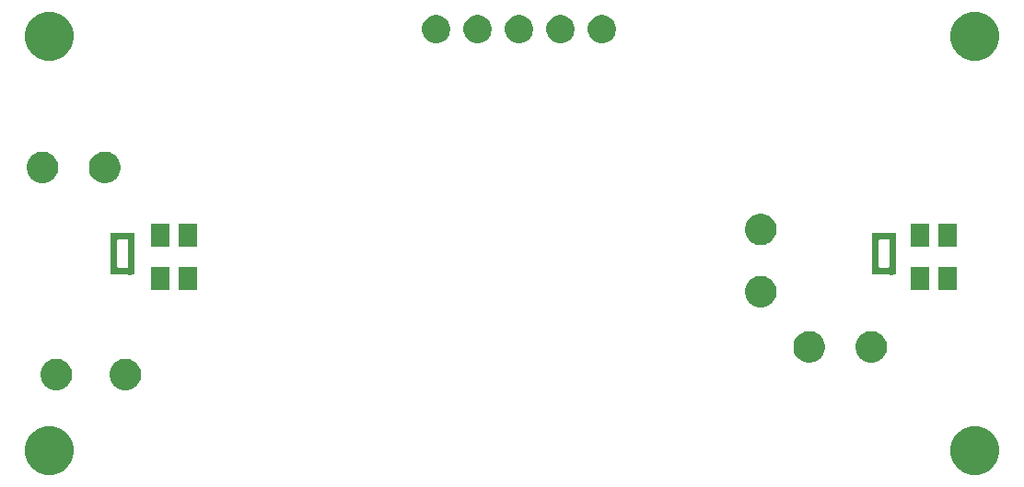
<source format=gbr>
G04 #@! TF.GenerationSoftware,KiCad,Pcbnew,(5.1.5)-2*
G04 #@! TF.CreationDate,2019-12-07T01:04:22+01:00*
G04 #@! TF.ProjectId,tof_sensor,746f665f-7365-46e7-936f-722e6b696361,rev?*
G04 #@! TF.SameCoordinates,Original*
G04 #@! TF.FileFunction,Soldermask,Bot*
G04 #@! TF.FilePolarity,Negative*
%FSLAX46Y46*%
G04 Gerber Fmt 4.6, Leading zero omitted, Abs format (unit mm)*
G04 Created by KiCad (PCBNEW (5.1.5)-2) date 2019-12-07 01:04:22*
%MOMM*%
%LPD*%
G04 APERTURE LIST*
%ADD10C,0.100000*%
G04 APERTURE END LIST*
D10*
G36*
X197125880Y-100629776D02*
G01*
X197506593Y-100705504D01*
X197916249Y-100875189D01*
X198284929Y-101121534D01*
X198598466Y-101435071D01*
X198844811Y-101803751D01*
X199014496Y-102213407D01*
X199101000Y-102648296D01*
X199101000Y-103091704D01*
X199014496Y-103526593D01*
X198844811Y-103936249D01*
X198598466Y-104304929D01*
X198284929Y-104618466D01*
X197916249Y-104864811D01*
X197506593Y-105034496D01*
X197125880Y-105110224D01*
X197071705Y-105121000D01*
X196628295Y-105121000D01*
X196574120Y-105110224D01*
X196193407Y-105034496D01*
X195783751Y-104864811D01*
X195415071Y-104618466D01*
X195101534Y-104304929D01*
X194855189Y-103936249D01*
X194685504Y-103526593D01*
X194599000Y-103091704D01*
X194599000Y-102648296D01*
X194685504Y-102213407D01*
X194855189Y-101803751D01*
X195101534Y-101435071D01*
X195415071Y-101121534D01*
X195783751Y-100875189D01*
X196193407Y-100705504D01*
X196574120Y-100629776D01*
X196628295Y-100619000D01*
X197071705Y-100619000D01*
X197125880Y-100629776D01*
G37*
G36*
X112035880Y-100629776D02*
G01*
X112416593Y-100705504D01*
X112826249Y-100875189D01*
X113194929Y-101121534D01*
X113508466Y-101435071D01*
X113754811Y-101803751D01*
X113924496Y-102213407D01*
X114011000Y-102648296D01*
X114011000Y-103091704D01*
X113924496Y-103526593D01*
X113754811Y-103936249D01*
X113508466Y-104304929D01*
X113194929Y-104618466D01*
X112826249Y-104864811D01*
X112416593Y-105034496D01*
X112035880Y-105110224D01*
X111981705Y-105121000D01*
X111538295Y-105121000D01*
X111484120Y-105110224D01*
X111103407Y-105034496D01*
X110693751Y-104864811D01*
X110325071Y-104618466D01*
X110011534Y-104304929D01*
X109765189Y-103936249D01*
X109595504Y-103526593D01*
X109509000Y-103091704D01*
X109509000Y-102648296D01*
X109595504Y-102213407D01*
X109765189Y-101803751D01*
X110011534Y-101435071D01*
X110325071Y-101121534D01*
X110693751Y-100875189D01*
X111103407Y-100705504D01*
X111484120Y-100629776D01*
X111538295Y-100619000D01*
X111981705Y-100619000D01*
X112035880Y-100629776D01*
G37*
G36*
X112818241Y-94489760D02*
G01*
X113082305Y-94599139D01*
X113319958Y-94757934D01*
X113522066Y-94960042D01*
X113680861Y-95197695D01*
X113790240Y-95461759D01*
X113846000Y-95742088D01*
X113846000Y-96027912D01*
X113790240Y-96308241D01*
X113680861Y-96572305D01*
X113522066Y-96809958D01*
X113319958Y-97012066D01*
X113082305Y-97170861D01*
X112818241Y-97280240D01*
X112537912Y-97336000D01*
X112252088Y-97336000D01*
X111971759Y-97280240D01*
X111707695Y-97170861D01*
X111470042Y-97012066D01*
X111267934Y-96809958D01*
X111109139Y-96572305D01*
X110999760Y-96308241D01*
X110944000Y-96027912D01*
X110944000Y-95742088D01*
X110999760Y-95461759D01*
X111109139Y-95197695D01*
X111267934Y-94960042D01*
X111470042Y-94757934D01*
X111707695Y-94599139D01*
X111971759Y-94489760D01*
X112252088Y-94434000D01*
X112537912Y-94434000D01*
X112818241Y-94489760D01*
G37*
G36*
X119168241Y-94489760D02*
G01*
X119432305Y-94599139D01*
X119669958Y-94757934D01*
X119872066Y-94960042D01*
X120030861Y-95197695D01*
X120140240Y-95461759D01*
X120196000Y-95742088D01*
X120196000Y-96027912D01*
X120140240Y-96308241D01*
X120030861Y-96572305D01*
X119872066Y-96809958D01*
X119669958Y-97012066D01*
X119432305Y-97170861D01*
X119168241Y-97280240D01*
X118887912Y-97336000D01*
X118602088Y-97336000D01*
X118321759Y-97280240D01*
X118057695Y-97170861D01*
X117820042Y-97012066D01*
X117617934Y-96809958D01*
X117459139Y-96572305D01*
X117349760Y-96308241D01*
X117294000Y-96027912D01*
X117294000Y-95742088D01*
X117349760Y-95461759D01*
X117459139Y-95197695D01*
X117617934Y-94960042D01*
X117820042Y-94757934D01*
X118057695Y-94599139D01*
X118321759Y-94489760D01*
X118602088Y-94434000D01*
X118887912Y-94434000D01*
X119168241Y-94489760D01*
G37*
G36*
X182033241Y-91949760D02*
G01*
X182297305Y-92059139D01*
X182534958Y-92217934D01*
X182737066Y-92420042D01*
X182895861Y-92657695D01*
X183005240Y-92921759D01*
X183061000Y-93202088D01*
X183061000Y-93487912D01*
X183005240Y-93768241D01*
X182895861Y-94032305D01*
X182737066Y-94269958D01*
X182534958Y-94472066D01*
X182297305Y-94630861D01*
X182033241Y-94740240D01*
X181752912Y-94796000D01*
X181467088Y-94796000D01*
X181186759Y-94740240D01*
X180922695Y-94630861D01*
X180685042Y-94472066D01*
X180482934Y-94269958D01*
X180324139Y-94032305D01*
X180214760Y-93768241D01*
X180159000Y-93487912D01*
X180159000Y-93202088D01*
X180214760Y-92921759D01*
X180324139Y-92657695D01*
X180482934Y-92420042D01*
X180685042Y-92217934D01*
X180922695Y-92059139D01*
X181186759Y-91949760D01*
X181467088Y-91894000D01*
X181752912Y-91894000D01*
X182033241Y-91949760D01*
G37*
G36*
X187748241Y-91949760D02*
G01*
X188012305Y-92059139D01*
X188249958Y-92217934D01*
X188452066Y-92420042D01*
X188610861Y-92657695D01*
X188720240Y-92921759D01*
X188776000Y-93202088D01*
X188776000Y-93487912D01*
X188720240Y-93768241D01*
X188610861Y-94032305D01*
X188452066Y-94269958D01*
X188249958Y-94472066D01*
X188012305Y-94630861D01*
X187748241Y-94740240D01*
X187467912Y-94796000D01*
X187182088Y-94796000D01*
X186901759Y-94740240D01*
X186637695Y-94630861D01*
X186400042Y-94472066D01*
X186197934Y-94269958D01*
X186039139Y-94032305D01*
X185929760Y-93768241D01*
X185874000Y-93487912D01*
X185874000Y-93202088D01*
X185929760Y-92921759D01*
X186039139Y-92657695D01*
X186197934Y-92420042D01*
X186400042Y-92217934D01*
X186637695Y-92059139D01*
X186901759Y-91949760D01*
X187182088Y-91894000D01*
X187467912Y-91894000D01*
X187748241Y-91949760D01*
G37*
G36*
X177588241Y-86869760D02*
G01*
X177852305Y-86979139D01*
X178089958Y-87137934D01*
X178292066Y-87340042D01*
X178450861Y-87577695D01*
X178560240Y-87841759D01*
X178616000Y-88122088D01*
X178616000Y-88407912D01*
X178560240Y-88688241D01*
X178450861Y-88952305D01*
X178292066Y-89189958D01*
X178089958Y-89392066D01*
X177852305Y-89550861D01*
X177588241Y-89660240D01*
X177307912Y-89716000D01*
X177022088Y-89716000D01*
X176741759Y-89660240D01*
X176477695Y-89550861D01*
X176240042Y-89392066D01*
X176037934Y-89189958D01*
X175879139Y-88952305D01*
X175769760Y-88688241D01*
X175714000Y-88407912D01*
X175714000Y-88122088D01*
X175769760Y-87841759D01*
X175879139Y-87577695D01*
X176037934Y-87340042D01*
X176240042Y-87137934D01*
X176477695Y-86979139D01*
X176741759Y-86869760D01*
X177022088Y-86814000D01*
X177307912Y-86814000D01*
X177588241Y-86869760D01*
G37*
G36*
X122771000Y-88141000D02*
G01*
X121069000Y-88141000D01*
X121069000Y-86039000D01*
X122771000Y-86039000D01*
X122771000Y-88141000D01*
G37*
G36*
X195161000Y-88141000D02*
G01*
X193459000Y-88141000D01*
X193459000Y-86039000D01*
X195161000Y-86039000D01*
X195161000Y-88141000D01*
G37*
G36*
X125311000Y-88141000D02*
G01*
X123609000Y-88141000D01*
X123609000Y-86039000D01*
X125311000Y-86039000D01*
X125311000Y-88141000D01*
G37*
G36*
X192621000Y-88141000D02*
G01*
X190919000Y-88141000D01*
X190919000Y-86039000D01*
X192621000Y-86039000D01*
X192621000Y-88141000D01*
G37*
G36*
X189606000Y-85886555D02*
G01*
X189592528Y-85897611D01*
X189576983Y-85916553D01*
X189565432Y-85938164D01*
X189558319Y-85961613D01*
X189555917Y-85985999D01*
X189558319Y-86010385D01*
X189565432Y-86033834D01*
X189584289Y-86065296D01*
X189597610Y-86081528D01*
X189602348Y-86090392D01*
X189605263Y-86100001D01*
X189606852Y-86116140D01*
X189606852Y-86603860D01*
X189605263Y-86619999D01*
X189602348Y-86629608D01*
X189597610Y-86638472D01*
X189591237Y-86646237D01*
X189583472Y-86652610D01*
X189574608Y-86657348D01*
X189564999Y-86660263D01*
X189548860Y-86661852D01*
X189452795Y-86661852D01*
X189428409Y-86664254D01*
X189404960Y-86671367D01*
X189383349Y-86682918D01*
X189364407Y-86698463D01*
X189355643Y-86709142D01*
X189355418Y-86708957D01*
X189341237Y-86726237D01*
X189333472Y-86732610D01*
X189324608Y-86737348D01*
X189314999Y-86740263D01*
X189298860Y-86741852D01*
X189061140Y-86741852D01*
X189045001Y-86740263D01*
X189035392Y-86737348D01*
X189026528Y-86732610D01*
X189018763Y-86726237D01*
X189006197Y-86710925D01*
X189003369Y-86706693D01*
X188986040Y-86689368D01*
X188965665Y-86675755D01*
X188943026Y-86666380D01*
X188906749Y-86661000D01*
X187404000Y-86661000D01*
X187404000Y-83585999D01*
X188006000Y-83585999D01*
X188006000Y-85934001D01*
X188008402Y-85958387D01*
X188015515Y-85981836D01*
X188027066Y-86003447D01*
X188042611Y-86022389D01*
X188061553Y-86037934D01*
X188083164Y-86049485D01*
X188106613Y-86056598D01*
X188130999Y-86059000D01*
X188879001Y-86059000D01*
X188903387Y-86056598D01*
X188926836Y-86049485D01*
X188948447Y-86037934D01*
X188967389Y-86022389D01*
X188982934Y-86003447D01*
X188994485Y-85981836D01*
X189001598Y-85958387D01*
X189004000Y-85934001D01*
X189004000Y-83585999D01*
X189001598Y-83561613D01*
X188994485Y-83538164D01*
X188982934Y-83516553D01*
X188967389Y-83497611D01*
X188948447Y-83482066D01*
X188926836Y-83470515D01*
X188903387Y-83463402D01*
X188879001Y-83461000D01*
X188130999Y-83461000D01*
X188106613Y-83463402D01*
X188083164Y-83470515D01*
X188061553Y-83482066D01*
X188042611Y-83497611D01*
X188027066Y-83516553D01*
X188015515Y-83538164D01*
X188008402Y-83561613D01*
X188006000Y-83585999D01*
X187404000Y-83585999D01*
X187404000Y-82859000D01*
X189606000Y-82859000D01*
X189606000Y-85886555D01*
G37*
G36*
X119606000Y-85886555D02*
G01*
X119592528Y-85897611D01*
X119576983Y-85916553D01*
X119565432Y-85938164D01*
X119558319Y-85961613D01*
X119555917Y-85985999D01*
X119558319Y-86010385D01*
X119565432Y-86033834D01*
X119584289Y-86065296D01*
X119597610Y-86081528D01*
X119602348Y-86090392D01*
X119605263Y-86100001D01*
X119606852Y-86116140D01*
X119606852Y-86603860D01*
X119605263Y-86619999D01*
X119602348Y-86629608D01*
X119597610Y-86638472D01*
X119591237Y-86646237D01*
X119583472Y-86652610D01*
X119574608Y-86657348D01*
X119564999Y-86660263D01*
X119548860Y-86661852D01*
X119452795Y-86661852D01*
X119428409Y-86664254D01*
X119404960Y-86671367D01*
X119383349Y-86682918D01*
X119364407Y-86698463D01*
X119355643Y-86709142D01*
X119355418Y-86708957D01*
X119341237Y-86726237D01*
X119333472Y-86732610D01*
X119324608Y-86737348D01*
X119314999Y-86740263D01*
X119298860Y-86741852D01*
X119061140Y-86741852D01*
X119045001Y-86740263D01*
X119035392Y-86737348D01*
X119026528Y-86732610D01*
X119018763Y-86726237D01*
X119006197Y-86710925D01*
X119003369Y-86706693D01*
X118986040Y-86689368D01*
X118965665Y-86675755D01*
X118943026Y-86666380D01*
X118906749Y-86661000D01*
X117404000Y-86661000D01*
X117404000Y-83585999D01*
X118006000Y-83585999D01*
X118006000Y-85934001D01*
X118008402Y-85958387D01*
X118015515Y-85981836D01*
X118027066Y-86003447D01*
X118042611Y-86022389D01*
X118061553Y-86037934D01*
X118083164Y-86049485D01*
X118106613Y-86056598D01*
X118130999Y-86059000D01*
X118879001Y-86059000D01*
X118903387Y-86056598D01*
X118926836Y-86049485D01*
X118948447Y-86037934D01*
X118967389Y-86022389D01*
X118982934Y-86003447D01*
X118994485Y-85981836D01*
X119001598Y-85958387D01*
X119004000Y-85934001D01*
X119004000Y-83585999D01*
X119001598Y-83561613D01*
X118994485Y-83538164D01*
X118982934Y-83516553D01*
X118967389Y-83497611D01*
X118948447Y-83482066D01*
X118926836Y-83470515D01*
X118903387Y-83463402D01*
X118879001Y-83461000D01*
X118130999Y-83461000D01*
X118106613Y-83463402D01*
X118083164Y-83470515D01*
X118061553Y-83482066D01*
X118042611Y-83497611D01*
X118027066Y-83516553D01*
X118015515Y-83538164D01*
X118008402Y-83561613D01*
X118006000Y-83585999D01*
X117404000Y-83585999D01*
X117404000Y-82859000D01*
X119606000Y-82859000D01*
X119606000Y-85886555D01*
G37*
G36*
X195161000Y-84141000D02*
G01*
X193459000Y-84141000D01*
X193459000Y-82039000D01*
X195161000Y-82039000D01*
X195161000Y-84141000D01*
G37*
G36*
X122771000Y-84141000D02*
G01*
X121069000Y-84141000D01*
X121069000Y-82039000D01*
X122771000Y-82039000D01*
X122771000Y-84141000D01*
G37*
G36*
X125311000Y-84141000D02*
G01*
X123609000Y-84141000D01*
X123609000Y-82039000D01*
X125311000Y-82039000D01*
X125311000Y-84141000D01*
G37*
G36*
X192621000Y-84141000D02*
G01*
X190919000Y-84141000D01*
X190919000Y-82039000D01*
X192621000Y-82039000D01*
X192621000Y-84141000D01*
G37*
G36*
X177588241Y-81154760D02*
G01*
X177852305Y-81264139D01*
X178089958Y-81422934D01*
X178292066Y-81625042D01*
X178450861Y-81862695D01*
X178560240Y-82126759D01*
X178616000Y-82407088D01*
X178616000Y-82692912D01*
X178560240Y-82973241D01*
X178450861Y-83237305D01*
X178292066Y-83474958D01*
X178089958Y-83677066D01*
X177852305Y-83835861D01*
X177588241Y-83945240D01*
X177307912Y-84001000D01*
X177022088Y-84001000D01*
X176741759Y-83945240D01*
X176477695Y-83835861D01*
X176240042Y-83677066D01*
X176037934Y-83474958D01*
X175879139Y-83237305D01*
X175769760Y-82973241D01*
X175714000Y-82692912D01*
X175714000Y-82407088D01*
X175769760Y-82126759D01*
X175879139Y-81862695D01*
X176037934Y-81625042D01*
X176240042Y-81422934D01*
X176477695Y-81264139D01*
X176741759Y-81154760D01*
X177022088Y-81099000D01*
X177307912Y-81099000D01*
X177588241Y-81154760D01*
G37*
G36*
X111548241Y-75439760D02*
G01*
X111812305Y-75549139D01*
X112049958Y-75707934D01*
X112252066Y-75910042D01*
X112410861Y-76147695D01*
X112520240Y-76411759D01*
X112576000Y-76692088D01*
X112576000Y-76977912D01*
X112520240Y-77258241D01*
X112410861Y-77522305D01*
X112252066Y-77759958D01*
X112049958Y-77962066D01*
X111812305Y-78120861D01*
X111548241Y-78230240D01*
X111267912Y-78286000D01*
X110982088Y-78286000D01*
X110701759Y-78230240D01*
X110437695Y-78120861D01*
X110200042Y-77962066D01*
X109997934Y-77759958D01*
X109839139Y-77522305D01*
X109729760Y-77258241D01*
X109674000Y-76977912D01*
X109674000Y-76692088D01*
X109729760Y-76411759D01*
X109839139Y-76147695D01*
X109997934Y-75910042D01*
X110200042Y-75707934D01*
X110437695Y-75549139D01*
X110701759Y-75439760D01*
X110982088Y-75384000D01*
X111267912Y-75384000D01*
X111548241Y-75439760D01*
G37*
G36*
X117263241Y-75439760D02*
G01*
X117527305Y-75549139D01*
X117764958Y-75707934D01*
X117967066Y-75910042D01*
X118125861Y-76147695D01*
X118235240Y-76411759D01*
X118291000Y-76692088D01*
X118291000Y-76977912D01*
X118235240Y-77258241D01*
X118125861Y-77522305D01*
X117967066Y-77759958D01*
X117764958Y-77962066D01*
X117527305Y-78120861D01*
X117263241Y-78230240D01*
X116982912Y-78286000D01*
X116697088Y-78286000D01*
X116416759Y-78230240D01*
X116152695Y-78120861D01*
X115915042Y-77962066D01*
X115712934Y-77759958D01*
X115554139Y-77522305D01*
X115444760Y-77258241D01*
X115389000Y-76977912D01*
X115389000Y-76692088D01*
X115444760Y-76411759D01*
X115554139Y-76147695D01*
X115712934Y-75910042D01*
X115915042Y-75707934D01*
X116152695Y-75549139D01*
X116416759Y-75439760D01*
X116697088Y-75384000D01*
X116982912Y-75384000D01*
X117263241Y-75439760D01*
G37*
G36*
X197125880Y-62529776D02*
G01*
X197506593Y-62605504D01*
X197916249Y-62775189D01*
X198284929Y-63021534D01*
X198598466Y-63335071D01*
X198844811Y-63703751D01*
X199014496Y-64113407D01*
X199101000Y-64548296D01*
X199101000Y-64991704D01*
X199014496Y-65426593D01*
X198844811Y-65836249D01*
X198598466Y-66204929D01*
X198284929Y-66518466D01*
X197916249Y-66764811D01*
X197506593Y-66934496D01*
X197125880Y-67010224D01*
X197071705Y-67021000D01*
X196628295Y-67021000D01*
X196574120Y-67010224D01*
X196193407Y-66934496D01*
X195783751Y-66764811D01*
X195415071Y-66518466D01*
X195101534Y-66204929D01*
X194855189Y-65836249D01*
X194685504Y-65426593D01*
X194599000Y-64991704D01*
X194599000Y-64548296D01*
X194685504Y-64113407D01*
X194855189Y-63703751D01*
X195101534Y-63335071D01*
X195415071Y-63021534D01*
X195783751Y-62775189D01*
X196193407Y-62605504D01*
X196574120Y-62529776D01*
X196628295Y-62519000D01*
X197071705Y-62519000D01*
X197125880Y-62529776D01*
G37*
G36*
X112035880Y-62529776D02*
G01*
X112416593Y-62605504D01*
X112826249Y-62775189D01*
X113194929Y-63021534D01*
X113508466Y-63335071D01*
X113754811Y-63703751D01*
X113924496Y-64113407D01*
X114011000Y-64548296D01*
X114011000Y-64991704D01*
X113924496Y-65426593D01*
X113754811Y-65836249D01*
X113508466Y-66204929D01*
X113194929Y-66518466D01*
X112826249Y-66764811D01*
X112416593Y-66934496D01*
X112035880Y-67010224D01*
X111981705Y-67021000D01*
X111538295Y-67021000D01*
X111484120Y-67010224D01*
X111103407Y-66934496D01*
X110693751Y-66764811D01*
X110325071Y-66518466D01*
X110011534Y-66204929D01*
X109765189Y-65836249D01*
X109595504Y-65426593D01*
X109509000Y-64991704D01*
X109509000Y-64548296D01*
X109595504Y-64113407D01*
X109765189Y-63703751D01*
X110011534Y-63335071D01*
X110325071Y-63021534D01*
X110693751Y-62775189D01*
X111103407Y-62605504D01*
X111484120Y-62529776D01*
X111538295Y-62519000D01*
X111981705Y-62519000D01*
X112035880Y-62529776D01*
G37*
G36*
X155319393Y-62884304D02*
G01*
X155556101Y-62982352D01*
X155556103Y-62982353D01*
X155769135Y-63124696D01*
X155950304Y-63305865D01*
X156092647Y-63518897D01*
X156092648Y-63518899D01*
X156190696Y-63755607D01*
X156240680Y-64006893D01*
X156240680Y-64263107D01*
X156190696Y-64514393D01*
X156133269Y-64653033D01*
X156092647Y-64751103D01*
X155950304Y-64964135D01*
X155769135Y-65145304D01*
X155556103Y-65287647D01*
X155556102Y-65287648D01*
X155556101Y-65287648D01*
X155319393Y-65385696D01*
X155068107Y-65435680D01*
X154811893Y-65435680D01*
X154560607Y-65385696D01*
X154323899Y-65287648D01*
X154323898Y-65287648D01*
X154323897Y-65287647D01*
X154110865Y-65145304D01*
X153929696Y-64964135D01*
X153787353Y-64751103D01*
X153746731Y-64653033D01*
X153689304Y-64514393D01*
X153639320Y-64263107D01*
X153639320Y-64006893D01*
X153689304Y-63755607D01*
X153787352Y-63518899D01*
X153787353Y-63518897D01*
X153929696Y-63305865D01*
X154110865Y-63124696D01*
X154323897Y-62982353D01*
X154323899Y-62982352D01*
X154560607Y-62884304D01*
X154811893Y-62834320D01*
X155068107Y-62834320D01*
X155319393Y-62884304D01*
G37*
G36*
X159129393Y-62884304D02*
G01*
X159366101Y-62982352D01*
X159366103Y-62982353D01*
X159579135Y-63124696D01*
X159760304Y-63305865D01*
X159902647Y-63518897D01*
X159902648Y-63518899D01*
X160000696Y-63755607D01*
X160050680Y-64006893D01*
X160050680Y-64263107D01*
X160000696Y-64514393D01*
X159943269Y-64653033D01*
X159902647Y-64751103D01*
X159760304Y-64964135D01*
X159579135Y-65145304D01*
X159366103Y-65287647D01*
X159366102Y-65287648D01*
X159366101Y-65287648D01*
X159129393Y-65385696D01*
X158878107Y-65435680D01*
X158621893Y-65435680D01*
X158370607Y-65385696D01*
X158133899Y-65287648D01*
X158133898Y-65287648D01*
X158133897Y-65287647D01*
X157920865Y-65145304D01*
X157739696Y-64964135D01*
X157597353Y-64751103D01*
X157556731Y-64653033D01*
X157499304Y-64514393D01*
X157449320Y-64263107D01*
X157449320Y-64006893D01*
X157499304Y-63755607D01*
X157597352Y-63518899D01*
X157597353Y-63518897D01*
X157739696Y-63305865D01*
X157920865Y-63124696D01*
X158133897Y-62982353D01*
X158133899Y-62982352D01*
X158370607Y-62884304D01*
X158621893Y-62834320D01*
X158878107Y-62834320D01*
X159129393Y-62884304D01*
G37*
G36*
X162939393Y-62884304D02*
G01*
X163176101Y-62982352D01*
X163176103Y-62982353D01*
X163389135Y-63124696D01*
X163570304Y-63305865D01*
X163712647Y-63518897D01*
X163712648Y-63518899D01*
X163810696Y-63755607D01*
X163860680Y-64006893D01*
X163860680Y-64263107D01*
X163810696Y-64514393D01*
X163753269Y-64653033D01*
X163712647Y-64751103D01*
X163570304Y-64964135D01*
X163389135Y-65145304D01*
X163176103Y-65287647D01*
X163176102Y-65287648D01*
X163176101Y-65287648D01*
X162939393Y-65385696D01*
X162688107Y-65435680D01*
X162431893Y-65435680D01*
X162180607Y-65385696D01*
X161943899Y-65287648D01*
X161943898Y-65287648D01*
X161943897Y-65287647D01*
X161730865Y-65145304D01*
X161549696Y-64964135D01*
X161407353Y-64751103D01*
X161366731Y-64653033D01*
X161309304Y-64514393D01*
X161259320Y-64263107D01*
X161259320Y-64006893D01*
X161309304Y-63755607D01*
X161407352Y-63518899D01*
X161407353Y-63518897D01*
X161549696Y-63305865D01*
X161730865Y-63124696D01*
X161943897Y-62982353D01*
X161943899Y-62982352D01*
X162180607Y-62884304D01*
X162431893Y-62834320D01*
X162688107Y-62834320D01*
X162939393Y-62884304D01*
G37*
G36*
X151509393Y-62884304D02*
G01*
X151746101Y-62982352D01*
X151746103Y-62982353D01*
X151959135Y-63124696D01*
X152140304Y-63305865D01*
X152282647Y-63518897D01*
X152282648Y-63518899D01*
X152380696Y-63755607D01*
X152430680Y-64006893D01*
X152430680Y-64263107D01*
X152380696Y-64514393D01*
X152323269Y-64653033D01*
X152282647Y-64751103D01*
X152140304Y-64964135D01*
X151959135Y-65145304D01*
X151746103Y-65287647D01*
X151746102Y-65287648D01*
X151746101Y-65287648D01*
X151509393Y-65385696D01*
X151258107Y-65435680D01*
X151001893Y-65435680D01*
X150750607Y-65385696D01*
X150513899Y-65287648D01*
X150513898Y-65287648D01*
X150513897Y-65287647D01*
X150300865Y-65145304D01*
X150119696Y-64964135D01*
X149977353Y-64751103D01*
X149936731Y-64653033D01*
X149879304Y-64514393D01*
X149829320Y-64263107D01*
X149829320Y-64006893D01*
X149879304Y-63755607D01*
X149977352Y-63518899D01*
X149977353Y-63518897D01*
X150119696Y-63305865D01*
X150300865Y-63124696D01*
X150513897Y-62982353D01*
X150513899Y-62982352D01*
X150750607Y-62884304D01*
X151001893Y-62834320D01*
X151258107Y-62834320D01*
X151509393Y-62884304D01*
G37*
G36*
X147699393Y-62884304D02*
G01*
X147936101Y-62982352D01*
X147936103Y-62982353D01*
X148149135Y-63124696D01*
X148330304Y-63305865D01*
X148472647Y-63518897D01*
X148472648Y-63518899D01*
X148570696Y-63755607D01*
X148620680Y-64006893D01*
X148620680Y-64263107D01*
X148570696Y-64514393D01*
X148513269Y-64653033D01*
X148472647Y-64751103D01*
X148330304Y-64964135D01*
X148149135Y-65145304D01*
X147936103Y-65287647D01*
X147936102Y-65287648D01*
X147936101Y-65287648D01*
X147699393Y-65385696D01*
X147448107Y-65435680D01*
X147191893Y-65435680D01*
X146940607Y-65385696D01*
X146703899Y-65287648D01*
X146703898Y-65287648D01*
X146703897Y-65287647D01*
X146490865Y-65145304D01*
X146309696Y-64964135D01*
X146167353Y-64751103D01*
X146126731Y-64653033D01*
X146069304Y-64514393D01*
X146019320Y-64263107D01*
X146019320Y-64006893D01*
X146069304Y-63755607D01*
X146167352Y-63518899D01*
X146167353Y-63518897D01*
X146309696Y-63305865D01*
X146490865Y-63124696D01*
X146703897Y-62982353D01*
X146703899Y-62982352D01*
X146940607Y-62884304D01*
X147191893Y-62834320D01*
X147448107Y-62834320D01*
X147699393Y-62884304D01*
G37*
M02*

</source>
